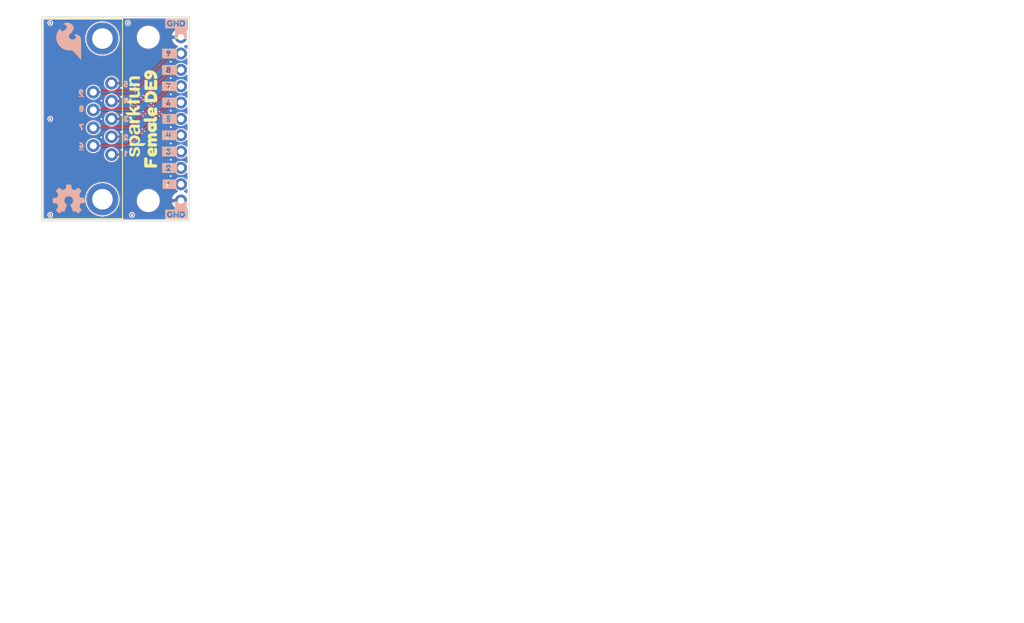
<source format=kicad_pcb>
(kicad_pcb (version 20241229) (generator "pcbnew") (generator_version "9.0")
  (title_block (title "SparkFun Product (Qwiic)") (rev "v10") (company "SparkFun") (comment 1 "Designed by: You"))
  (layers (0 "F.Cu" signal) (2 "B.Cu" signal) (13 "F.Paste" user) (15 "B.Paste" user) (5 "F.SilkS" user "F.Silkscreen") (7 "B.SilkS" user "B.Silkscreen") (1 "F.Mask" user) (3 "B.Mask" user) (25 "Edge.Cuts" user))
  (net 0 "")
  (net 1 "/2")
  (net 2 "/4")
  (net 3 "/1")
  (net 4 "/5")
  (net 5 "/6")
  (net 6 "/8")
  (net 7 "/3")
  (net 8 "/9")
  (net 9 "/7")
  (net 10 "GND")
  (footprint "SparkFun-Aesthetic:Creative_Commons_License" (layer "F.Cu") (at 215.265 168.91)
    (property "Reference" "G3" (hide yes))
    (property "Value" "OSHW_Logo" (hide yes))
  )
  (footprint "kibuzzard-67D496DD" (layer "F.Cu") (at 129.286 106.045)
    (property "Reference" "kibuzzard-67D496DD" (hide yes))
    (property "Value" "G***" (hide yes))
  )
  (footprint "SparkFun-Aesthetic:SparkFun_Logo_NoFlame_12.5mm" (layer "F.Cu") (at 123.7615 108.585 90)
    (property "Reference" "G***" (hide yes))
    (property "Value" "LOGO" (hide yes))
  )
  (footprint "SparkFun-Connector:1x01" (layer "F.Cu") (at 131.064 121.285)
    (property "Reference" "J3")
    (property "Value" "Conn_01x01")
    (pad "1" thru_hole circle (at 0 0 90) (size 1.8796 1.8796) (drill 1.016) (layers "*.Cu" "*.Mask") (net 10 "GND"))
  )
  (footprint "kibuzzard-67DDBC91" (layer "F.Cu") (at 130.302 93.726)
    (property "Reference" "kibuzzard-67DDBC91" (hide yes))
    (property "Value" "G***" (hide yes))
  )
  (footprint "kibuzzard-67D496EA" (layer "F.Cu") (at 129.286 100.965)
    (property "Reference" "kibuzzard-67D496EA" (hide yes))
    (property "Value" "G***" (hide yes))
  )
  (footprint "kibuzzard-67D496F6" (layer "F.Cu") (at 129.286 98.425)
    (property "Reference" "kibuzzard-67D496F6" (hide yes))
    (property "Value" "G***" (hide yes))
  )
  (footprint "SparkFun-Connector:DE9_Female" (layer "F.Cu") (at 120.269 108.585 90)
    (property "Reference" "J1" (hide yes))
    (property "Value" "DE9 Female")
    (pad "1" thru_hole circle (at -5.539999 0 90) (size 2 2) (drill 1.09) (layers "*.Cu" "*.Mask") (net 3 "/1"))
    (pad "2" thru_hole circle (at -2.77 0 90) (size 2 2) (drill 1.09) (layers "*.Cu" "*.Mask") (net 1 "/2"))
    (pad "3" thru_hole circle (at 0 0 180) (size 2 2) (drill 1.09) (layers "*.Cu" "*.Mask") (net 7 "/3"))
    (pad "4" thru_hole circle (at 2.77 0 90) (size 2 2) (drill 1.09) (layers "*.Cu" "*.Mask") (net 2 "/4"))
    (pad "5" thru_hole circle (at 5.539999 0 180) (size 2 2) (drill 1.09) (layers "*.Cu" "*.Mask") (net 4 "/5"))
    (pad "6" thru_hole circle (at -4.154998 -2.839999 90) (size 2 2) (drill 1.09) (layers "*.Cu" "*.Mask") (net 5 "/6"))
    (pad "7" thru_hole circle (at -1.384998 -2.839999 90) (size 2 2) (drill 1.09) (layers "*.Cu" "*.Mask") (net 9 "/7"))
    (pad "8" thru_hole circle (at 1.385001 -2.839999 90) (size 2 2) (drill 1.09) (layers "*.Cu" "*.Mask") (net 6 "/8"))
    (pad "9" thru_hole circle (at 4.155001 -2.839999 90) (size 2 2) (drill 1.09) (layers "*.Cu" "*.Mask") (net 8 "/9"))
    (pad "10" thru_hole circle (at -12.495 -1.42 90) (size 5 5) (drill 3.2) (layers "*.Cu" "*.Mask"))
    (pad "11" thru_hole circle (at 12.495 -1.42 90) (size 5 5) (drill 3.2) (layers "*.Cu" "*.Mask"))
  )
  (footprint "kibuzzard-67D49838" (layer "F.Cu") (at 126.365 103.505 90)
    (property "Reference" "kibuzzard-67D49838" (hide yes))
    (property "Value" "G***" (hide yes))
  )
  (footprint "kibuzzard-67D49687" (layer "F.Cu") (at 129.286 118.745)
    (property "Reference" "kibuzzard-67D49687" (hide yes))
    (property "Value" "G***" (hide yes))
  )
  (footprint "kibuzzard-67D496E4" (layer "F.Cu") (at 129.286 103.505)
    (property "Reference" "kibuzzard-67D496E4" (hide yes))
    (property "Value" "G***" (hide yes))
  )
  (footprint "SparkFun-Hardware:Standoff" (layer "F.Cu") (at 125.984 95.885)
    (property "Reference" "ST1")
    (property "Value" "Stand_off")
    (pad "" np_thru_hole circle (at 0 0) (size 3.1 3.1) (drill 3.1) (layers "*.Cu" "*.Mask"))
  )
  (footprint "kibuzzard-67DB2D85" (layer "F.Cu") (at 126.3015 111.4425 90)
    (property "Reference" "kibuzzard-67DB2D85" (hide yes))
    (property "Value" "G***" (hide yes))
  )
  (footprint "kibuzzard-67D496C7" (layer "F.Cu") (at 129.286 113.665)
    (property "Reference" "kibuzzard-67D496C7" (hide yes))
    (property "Value" "G***" (hide yes))
  )
  (footprint "SparkFun-Connector:1x01" (layer "F.Cu") (at 131.064 95.885)
    (property "Reference" "J4")
    (property "Value" "Conn_01x01")
    (pad "1" thru_hole circle (at 0 0 90) (size 1.8796 1.8796) (drill 1.016) (layers "*.Cu" "*.Mask") (net 10 "GND"))
  )
  (footprint "kibuzzard-67D496CD" (layer "F.Cu") (at 129.286 111.125)
    (property "Reference" "kibuzzard-67D496CD" (hide yes))
    (property "Value" "G***" (hide yes))
  )
  (footprint "kibuzzard-67DDBC91" (layer "F.Cu") (at 130.296537 123.444)
    (property "Reference" "kibuzzard-67DDBC91" (hide yes))
    (property "Value" "G***" (hide yes))
  )
  (footprint "kibuzzard-67D496D5" (layer "F.Cu") (at 129.286 108.585)
    (property "Reference" "kibuzzard-67D496D5" (hide yes))
    (property "Value" "G***" (hide yes))
  )
  (footprint "kibuzzard-67D496B8" (layer "F.Cu") (at 129.286 116.205)
    (property "Reference" "kibuzzard-67D496B8" (hide yes))
    (property "Value" "G***" (hide yes))
  )
  (footprint "SparkFun-Hardware:Standoff" (layer "F.Cu") (at 125.984 121.285)
    (property "Reference" "ST2")
    (property "Value" "Stand_off")
    (pad "" np_thru_hole circle (at 0 0) (size 3.1 3.1) (drill 3.1) (layers "*.Cu" "*.Mask"))
  )
  (footprint "kibuzzard-67DDBC91" (layer "B.Cu") (at 130.302 123.442152 180)
    (property "Reference" "kibuzzard-67DDBC91" (hide yes))
    (property "Value" "G***" (hide yes))
  )
  (footprint "kibuzzard-67DDBDCE" (layer "B.Cu") (at 122.555 108.585 180)
    (property "Reference" "kibuzzard-67DDBDCE" (hide yes))
    (property "Value" "G***" (hide yes))
  )
  (footprint "kibuzzard-67DDA3B0" (layer "B.Cu") (at 129.286 106.045 180)
    (property "Reference" "kibuzzard-67DDA3B0" (hide yes))
    (property "Value" "G***" (hide yes))
  )
  (footprint "kibuzzard-67DDBDDC" (layer "B.Cu") (at 115.5065 104.4575)
    (property "Reference" "kibuzzard-67DDBDDC" (hide yes))
    (property "Value" "G***" (hide yes))
  )
  (footprint "kibuzzard-67DDBDD2" (layer "B.Cu") (at 122.555 105.7275 180)
    (property "Reference" "kibuzzard-67DDBDD2" (hide yes))
    (property "Value" "G***" (hide yes))
  )
  (footprint "kibuzzard-67DDA391" (layer "B.Cu") (at 129.286 116.205 180)
    (property "Reference" "kibuzzard-67DDA391" (hide yes))
    (property "Value" "G***" (hide yes))
  )
  (footprint "kibuzzard-67DDA3E0" (layer "B.Cu") (at 129.286 98.425 180)
    (property "Reference" "kibuzzard-67DDA3E0" (hide yes))
    (property "Value" "G***" (hide yes))
  )
  (footprint "kibuzzard-67DDBC91" (layer "B.Cu") (at 130.302 93.726 180)
    (property "Reference" "kibuzzard-67DDBC91" (hide yes))
    (property "Value" "G***" (hide yes))
  )
  (footprint "kibuzzard-67DDA3AA" (layer "B.Cu") (at 129.286 108.585 180)
    (property "Reference" "kibuzzard-67DDA3AA" (hide yes))
    (property "Value" "G***" (hide yes))
  )
  (footprint "SparkFun-Aesthetic:SparkFun_Flame_6mm" (layer "B.Cu") (at 113.6015 96.52 180)
    (property "Reference" "G***" (hide yes))
    (property "Value" "Flame" (hide yes))
  )
  (footprint "kibuzzard-67DDBDD7" (layer "B.Cu") (at 122.4915 103.1875 180)
    (property "Reference" "kibuzzard-67DDBDD7" (hide yes))
    (property "Value" "G***" (hide yes))
  )
  (footprint "kibuzzard-67DDA3D5" (layer "B.Cu") (at 129.286 100.965 180)
    (property "Reference" "kibuzzard-67DDA3D5" (hide yes))
    (property "Value" "G***" (hide yes))
  )
  (footprint "kibuzzard-67DDBDF6" (layer "B.Cu") (at 115.57 106.9975 180)
    (property "Reference" "kibuzzard-67DDBDF6" (hide yes))
    (property "Value" "G***" (hide yes))
  )
  (footprint "kibuzzard-67DDA3A2" (layer "B.Cu") (at 129.286 111.125 180)
    (property "Reference" "kibuzzard-67DDA3A2" (hide yes))
    (property "Value" "G***" (hide yes))
  )
  (footprint "SparkFun-Aesthetic:OSHW_Logo_5mm" (layer "B.Cu") (at 113.6015 121.285 180)
    (property "Reference" "Ref**" (hide yes))
    (property "Value" "Val**" (hide yes))
  )
  (footprint "kibuzzard-67DDBDB0" (layer "B.Cu") (at 122.4915 111.4425 180)
    (property "Reference" "kibuzzard-67DDBDB0" (hide yes))
    (property "Value" "G***" (hide yes))
  )
  (footprint "kibuzzard-67DDA3B8" (layer "B.Cu") (at 129.286 103.505 180)
    (property "Reference" "kibuzzard-67DDA3B8" (hide yes))
    (property "Value" "G***" (hide yes))
  )
  (footprint "kibuzzard-67DDBDFC" (layer "B.Cu") (at 115.57 112.7125)
    (property "Reference" "kibuzzard-67DDBDFC" (hide yes))
    (property "Value" "G***" (hide yes))
  )
  (footprint "kibuzzard-67F7FDBF" (layer "B.Cu") (at 129.286 118.745 180)
    (property "Reference" "kibuzzard-67F7FDBF" (hide yes))
    (property "Value" "G***" (hide yes))
  )
  (footprint "SparkFun-Connector:1x09" (layer "B.Cu") (at 131.064 118.745 90)
    (property "Reference" "J2")
    (property "Value" "Conn_01x09")
    (pad "1" thru_hole circle (at 0 0) (size 1.8796 1.8796) (drill 1.016) (layers "*.Cu" "*.Mask") (net 3 "/1"))
    (pad "2" thru_hole circle (at 2.54 0) (size 1.8796 1.8796) (drill 1.016) (layers "*.Cu" "*.Mask") (net 1 "/2"))
    (pad "3" thru_hole circle (at 5.08 0) (size 1.8796 1.8796) (drill 1.016) (layers "*.Cu" "*.Mask") (net 7 "/3"))
    (pad "4" thru_hole circle (at 7.62 0) (size 1.8796 1.8796) (drill 1.016) (layers "*.Cu" "*.Mask") (net 2 "/4"))
    (pad "5" thru_hole circle (at 10.16 0) (size 1.8796 1.8796) (drill 1.016) (layers "*.Cu" "*.Mask") (net 4 "/5"))
    (pad "6" thru_hole circle (at 12.7 0) (size 1.8796 1.8796) (drill 1.016) (layers "*.Cu" "*.Mask") (net 5 "/6"))
    (pad "7" thru_hole circle (at 15.24 0) (size 1.8796 1.8796) (drill 1.016) (layers "*.Cu" "*.Mask") (net 9 "/7"))
    (pad "8" thru_hole circle (at 17.78 0) (size 1.8796 1.8796) (drill 1.016) (layers "*.Cu" "*.Mask") (net 6 "/8"))
    (pad "9" thru_hole circle (at 20.32 0) (size 1.8796 1.8796) (drill 1.016) (layers "*.Cu" "*.Mask") (net 8 "/9"))
  )
  (footprint "kibuzzard-67DDBDCA" (layer "B.Cu") (at 122.555 113.9825 180)
    (property "Reference" "kibuzzard-67DDBDCA" (hide yes))
    (property "Value" "G***" (hide yes))
  )
  (footprint "kibuzzard-67DDBDF0" (layer "B.Cu") (at 115.57 109.855 180)
    (property "Reference" "kibuzzard-67DDBDF0" (hide yes))
    (property "Value" "G***" (hide yes))
  )
  (footprint "kibuzzard-67DDA399" (layer "B.Cu") (at 129.286 113.665 180)
    (property "Reference" "kibuzzard-67DDA399" (hide yes))
    (property "Value" "G***" (hide yes))
  )
  (gr_rect (start 130.175 121.4832) (end 131.891274 122.684112) (stroke (width 0.15)) (fill yes) (layer "F.SilkS"))
  (gr_rect (start 130.2004 94.480888) (end 131.9022 96.0628) (stroke (width 0.15)) (fill yes) (layer "F.SilkS"))
  (gr_line (start 115.951 105.0925) (end 115.189 105.0925) (stroke (width 0.15)) (layer "B.SilkS"))
  (gr_rect (start 130.175 94.480888) (end 131.891274 95.9358) (stroke (width 0.15)) (fill yes) (layer "B.SilkS"))
  (gr_line (start 115.951 113.411) (end 115.189 113.411) (stroke (width 0.15)) (layer "B.SilkS"))
  (gr_rect (start 130.175 121.476088) (end 131.891274 122.677) (stroke (width 0.15)) (fill yes) (layer "B.SilkS"))
  (gr_rect (start 109.474 92.71) (end 132.334 124.46) (stroke (width 0.1)) (fill no) (layer "Edge.Cuts"))
  (gr_text "v10" (at 111.6965 106.9975 270) (layer "B.Cu" knockout) (effects (font (size 1.016 1.016) (thickness 0.254) (bold yes)) (justify left bottom)))
  (via (at 123.444 123.5075) (size 0.56) (drill 0.3) (layers "F.Cu" "B.Cu") (net 0))
  (via (at 122.809 93.6625) (size 0.56) (drill 0.3) (layers "F.Cu" "B.Cu") (net 0))
  (via (at 110.744 93.6625) (size 0.56) (drill 0.3) (layers "F.Cu" "B.Cu") (net 0))
  (via (at 110.744 123.5075) (size 0.56) (drill 0.3) (layers "F.Cu" "B.Cu") (net 0))
  (via (at 110.744 108.585) (size 0.56) (drill 0.3) (layers "F.Cu" "B.Cu") (net 0))
  (segment (start 120.269 111.355) (end 123.3565 111.355) (width 0.3048) (layer "F.Cu") (net 1))
  (segment (start 123.3565 111.355) (end 128.2065 116.205) (width 0.3048) (layer "F.Cu") (net 1))
  (segment (start 128.2065 116.205) (end 131.064 116.205) (width 0.3048) (layer "F.Cu") (net 1))
  (segment (start 120.269 105.815) (end 123.214 105.815) (width 0.3048) (layer "F.Cu") (net 2))
  (segment (start 123.214 105.815) (end 128.524 111.125) (width 0.3048) (layer "F.Cu") (net 2))
  (segment (start 128.524 111.125) (end 131.064 111.125) (width 0.3048) (layer "F.Cu") (net 2))
  (segment (start 127.889 118.745) (end 131.064 118.745) (width 0.3048) (layer "F.Cu") (net 3))
  (segment (start 120.269 114.124999) (end 123.268999 114.124999) (width 0.3048) (layer "F.Cu") (net 3))
  (segment (start 123.268999 114.124999) (end 127.889 118.745) (width 0.3048) (layer "F.Cu") (net 3))
  (segment (start 120.269 103.045001) (end 122.946736 103.045001) (width 0.3048) (layer "F.Cu") (net 4))
  (segment (start 122.946736 103.045001) (end 128.486735 108.585) (width 0.3048) (layer "F.Cu") (net 4))
  (segment (start 128.486735 108.585) (end 131.064 108.585) (width 0.3048) (layer "F.Cu") (net 4))
  (segment (start 129.4765 106.045) (end 131.064 106.045) (width 0.3048) (layer "B.Cu") (net 5))
  (segment (start 117.429001 112.739998) (end 122.781502 112.739998) (width 0.3048) (layer "B.Cu") (net 5))
  (segment (start 122.781502 112.739998) (end 129.4765 106.045) (width 0.3048) (layer "B.Cu") (net 5))
  (segment (start 123.241501 107.199999) (end 129.4765 100.965) (width 0.3048) (layer "B.Cu") (net 6))
  (segment (start 129.4765 100.965) (end 131.064 100.965) (width 0.3048) (layer "B.Cu") (net 6))
  (segment (start 117.429001 107.199999) (end 123.241501 107.199999) (width 0.3048) (layer "B.Cu") (net 6))
  (segment (start 120.269 108.585) (end 123.1265 108.585) (width 0.3048) (layer "F.Cu") (net 7))
  (segment (start 128.2065 113.665) (end 131.064 113.665) (width 0.3048) (layer "F.Cu") (net 7))
  (segment (start 123.1265 108.585) (end 128.2065 113.665) (width 0.3048) (layer "F.Cu") (net 7))
  (segment (start 117.429001 104.429999) (end 123.471501 104.429999) (width 0.3048) (layer "B.Cu") (net 8))
  (segment (start 129.4765 98.425) (end 131.064 98.425) (width 0.3048) (layer "B.Cu") (net 8))
  (segment (start 123.471501 104.429999) (end 129.4765 98.425) (width 0.3048) (layer "B.Cu") (net 8))
  (segment (start 129.4765 103.505) (end 131.064 103.505) (width 0.3048) (layer "B.Cu") (net 9))
  (segment (start 123.011502 109.969998) (end 129.4765 103.505) (width 0.3048) (layer "B.Cu") (net 9))
  (segment (start 117.429001 109.969998) (end 123.011502 109.969998) (width 0.3048) (layer "B.Cu") (net 9))
  (via (at 129.4765 104.775) (size 0.56) (drill 0.3) (layers "F.Cu" "B.Cu") (net 10))
  (via (at 129.4765 117.475) (size 0.56) (drill 0.3) (layers "F.Cu" "B.Cu") (net 10))
  (via (at 129.4765 109.855) (size 0.56) (drill 0.3) (layers "F.Cu" "B.Cu") (net 10))
  (via (at 121.793 103.759) (size 0.56) (drill 0.3) (layers "F.Cu" "B.Cu") (net 10))
  (via (at 118.6815 111.4425) (size 0.56) (drill 0.3) (layers "F.Cu" "B.Cu") (net 10))
  (via (at 129.4765 99.695) (size 0.56) (drill 0.3) (layers "F.Cu" "B.Cu") (net 10))
  (via (at 121.793 110.617) (size 0.56) (drill 0.3) (layers "F.Cu" "B.Cu") (net 10))
  (via (at 129.4765 107.315) (size 0.56) (drill 0.3) (layers "F.Cu" "B.Cu") (net 10))
  (via (at 118.6815 105.7275) (size 0.56) (drill 0.3) (layers "F.Cu" "B.Cu") (net 10))
  (via (at 121.8565 113.411) (size 0.56) (drill 0.3) (layers "F.Cu" "B.Cu") (net 10))
  (via (at 129.4765 102.235) (size 0.56) (drill 0.3) (layers "F.Cu" "B.Cu") (net 10))
  (via (at 121.793 107.95) (size 0.56) (drill 0.3) (layers "F.Cu" "B.Cu") (net 10))
  (via (at 129.4765 112.395) (size 0.56) (drill 0.3) (layers "F.Cu" "B.Cu") (net 10))
  (via (at 129.4765 114.935) (size 0.56) (drill 0.3) (layers "F.Cu" "B.Cu") (net 10))
  (via (at 118.6815 108.585) (size 0.56) (drill 0.3) (layers "F.Cu" "B.Cu") (net 10))
  (via (at 121.793 105.156) (size 0.56) (drill 0.3) (layers "F.Cu" "B.Cu") (net 10))
  (zone (net 10) (net_name "GND") (layers "F.Cu" "B.Cu") (name "GND") (connect_pads (clearance 0.1778)) (min_thickness 0.25) (fill yes (thermal_gap 0.5) (thermal_bridge_width 0.5) (island_removal_mode 1) (island_area_min 9.999999))
    (polygon (pts (xy 109.474 92.71) (xy 132.334 92.71) (xy 132.334 124.46) (xy 109.474 124.46)))
  )
)
</source>
